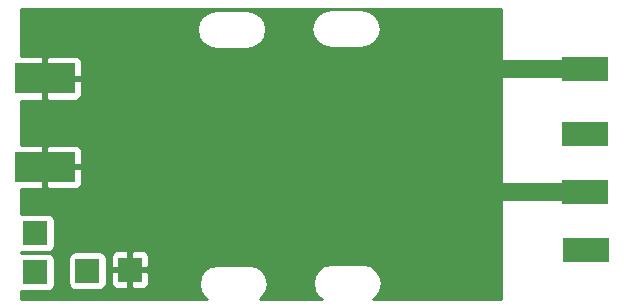
<source format=gbr>
G04 #@! TF.FileFunction,Copper,L2,Bot,Signal*
%FSLAX46Y46*%
G04 Gerber Fmt 4.6, Leading zero omitted, Abs format (unit mm)*
G04 Created by KiCad (PCBNEW 4.0.7) date 04/21/20 19:12:33*
%MOMM*%
%LPD*%
G01*
G04 APERTURE LIST*
%ADD10C,0.100000*%
%ADD11R,4.000000X2.000000*%
%ADD12R,2.000000X2.000000*%
%ADD13R,5.080000X2.500000*%
%ADD14C,0.600000*%
%ADD15C,1.500000*%
%ADD16C,0.254000*%
G04 APERTURE END LIST*
D10*
D11*
X111580000Y-99100000D03*
X111500000Y-94200000D03*
D12*
X69350000Y-100900000D03*
X72950000Y-100800000D03*
X64950000Y-97700000D03*
X64950000Y-101000000D03*
D13*
X65750000Y-84600000D03*
X65750000Y-92100000D03*
D11*
X111500000Y-83800000D03*
X111500000Y-89300000D03*
D14*
X68600000Y-98400000D03*
X73200000Y-92400000D03*
X75000000Y-90800000D03*
X72400000Y-91000000D03*
X74000000Y-90250000D03*
X75250000Y-90000000D03*
X75250000Y-89000000D03*
X73250000Y-84000000D03*
X74250000Y-84000000D03*
X75250000Y-85000000D03*
X84250000Y-95750000D03*
X85000000Y-94500000D03*
X85000000Y-93000000D03*
X97250000Y-96500000D03*
X97250000Y-97750000D03*
X95000000Y-96500000D03*
X99000000Y-94000000D03*
X100000000Y-92250000D03*
X97750000Y-91750000D03*
X96750000Y-87250000D03*
X95750000Y-86250000D03*
X94750000Y-86500000D03*
X99750000Y-82500000D03*
X99500000Y-81500000D03*
X97000000Y-81500000D03*
D15*
X111500000Y-94200000D02*
X104050000Y-94200000D01*
X104050000Y-94200000D02*
X104000000Y-94250000D01*
X111500000Y-83800000D02*
X103800000Y-83800000D01*
X103800000Y-83800000D02*
X103750000Y-83750000D01*
D16*
G36*
X104373000Y-103298000D02*
X93511192Y-103298000D01*
X93806827Y-103100463D01*
X94159516Y-102572626D01*
X94283364Y-101950000D01*
X94159516Y-101327374D01*
X93806827Y-100799537D01*
X93278990Y-100446848D01*
X92656364Y-100323000D01*
X90043636Y-100323000D01*
X89421010Y-100446848D01*
X88893173Y-100799537D01*
X88540484Y-101327374D01*
X88416636Y-101950000D01*
X88540484Y-102572626D01*
X88893173Y-103100463D01*
X89188808Y-103298000D01*
X83936022Y-103298000D01*
X84156827Y-103150463D01*
X84509516Y-102622626D01*
X84633364Y-102000000D01*
X84509516Y-101377374D01*
X84156827Y-100849537D01*
X83628990Y-100496848D01*
X83006364Y-100373000D01*
X80393636Y-100373000D01*
X79771010Y-100496848D01*
X79243173Y-100849537D01*
X78890484Y-101377374D01*
X78766636Y-102000000D01*
X78890484Y-102622626D01*
X79243173Y-103150463D01*
X79463978Y-103298000D01*
X63702000Y-103298000D01*
X63702000Y-102589062D01*
X63950000Y-102639283D01*
X65950000Y-102639283D01*
X66182352Y-102595563D01*
X66395753Y-102458243D01*
X66538917Y-102248717D01*
X66589283Y-102000000D01*
X66589283Y-100000000D01*
X66570467Y-99900000D01*
X67710717Y-99900000D01*
X67710717Y-101900000D01*
X67754437Y-102132352D01*
X67891757Y-102345753D01*
X68101283Y-102488917D01*
X68350000Y-102539283D01*
X70350000Y-102539283D01*
X70582352Y-102495563D01*
X70795753Y-102358243D01*
X70938917Y-102148717D01*
X70989283Y-101900000D01*
X70989283Y-101085750D01*
X71315000Y-101085750D01*
X71315000Y-101926310D01*
X71411673Y-102159699D01*
X71590302Y-102338327D01*
X71823691Y-102435000D01*
X72664250Y-102435000D01*
X72823000Y-102276250D01*
X72823000Y-100927000D01*
X73077000Y-100927000D01*
X73077000Y-102276250D01*
X73235750Y-102435000D01*
X74076309Y-102435000D01*
X74309698Y-102338327D01*
X74488327Y-102159699D01*
X74585000Y-101926310D01*
X74585000Y-101085750D01*
X74426250Y-100927000D01*
X73077000Y-100927000D01*
X72823000Y-100927000D01*
X71473750Y-100927000D01*
X71315000Y-101085750D01*
X70989283Y-101085750D01*
X70989283Y-99900000D01*
X70946700Y-99673690D01*
X71315000Y-99673690D01*
X71315000Y-100514250D01*
X71473750Y-100673000D01*
X72823000Y-100673000D01*
X72823000Y-99323750D01*
X73077000Y-99323750D01*
X73077000Y-100673000D01*
X74426250Y-100673000D01*
X74585000Y-100514250D01*
X74585000Y-99673690D01*
X74488327Y-99440301D01*
X74309698Y-99261673D01*
X74076309Y-99165000D01*
X73235750Y-99165000D01*
X73077000Y-99323750D01*
X72823000Y-99323750D01*
X72664250Y-99165000D01*
X71823691Y-99165000D01*
X71590302Y-99261673D01*
X71411673Y-99440301D01*
X71315000Y-99673690D01*
X70946700Y-99673690D01*
X70945563Y-99667648D01*
X70808243Y-99454247D01*
X70598717Y-99311083D01*
X70350000Y-99260717D01*
X68350000Y-99260717D01*
X68117648Y-99304437D01*
X67904247Y-99441757D01*
X67761083Y-99651283D01*
X67710717Y-99900000D01*
X66570467Y-99900000D01*
X66545563Y-99767648D01*
X66408243Y-99554247D01*
X66198717Y-99411083D01*
X65950000Y-99360717D01*
X63950000Y-99360717D01*
X63717648Y-99404437D01*
X63702000Y-99414506D01*
X63702000Y-99289062D01*
X63950000Y-99339283D01*
X65950000Y-99339283D01*
X66182352Y-99295563D01*
X66395753Y-99158243D01*
X66538917Y-98948717D01*
X66589283Y-98700000D01*
X66589283Y-96700000D01*
X66545563Y-96467648D01*
X66408243Y-96254247D01*
X66198717Y-96111083D01*
X65950000Y-96060717D01*
X63950000Y-96060717D01*
X63717648Y-96104437D01*
X63702000Y-96114506D01*
X63702000Y-93985000D01*
X65464250Y-93985000D01*
X65623000Y-93826250D01*
X65623000Y-92227000D01*
X65877000Y-92227000D01*
X65877000Y-93826250D01*
X66035750Y-93985000D01*
X68416310Y-93985000D01*
X68649699Y-93888327D01*
X68828327Y-93709698D01*
X68925000Y-93476309D01*
X68925000Y-92385750D01*
X68766250Y-92227000D01*
X65877000Y-92227000D01*
X65623000Y-92227000D01*
X65603000Y-92227000D01*
X65603000Y-91973000D01*
X65623000Y-91973000D01*
X65623000Y-90373750D01*
X65877000Y-90373750D01*
X65877000Y-91973000D01*
X68766250Y-91973000D01*
X68925000Y-91814250D01*
X68925000Y-90723691D01*
X68828327Y-90490302D01*
X68649699Y-90311673D01*
X68416310Y-90215000D01*
X66035750Y-90215000D01*
X65877000Y-90373750D01*
X65623000Y-90373750D01*
X65464250Y-90215000D01*
X63702000Y-90215000D01*
X63702000Y-86485000D01*
X65464250Y-86485000D01*
X65623000Y-86326250D01*
X65623000Y-84727000D01*
X65877000Y-84727000D01*
X65877000Y-86326250D01*
X66035750Y-86485000D01*
X68416310Y-86485000D01*
X68649699Y-86388327D01*
X68828327Y-86209698D01*
X68925000Y-85976309D01*
X68925000Y-84885750D01*
X68766250Y-84727000D01*
X65877000Y-84727000D01*
X65623000Y-84727000D01*
X65603000Y-84727000D01*
X65603000Y-84473000D01*
X65623000Y-84473000D01*
X65623000Y-82873750D01*
X65877000Y-82873750D01*
X65877000Y-84473000D01*
X68766250Y-84473000D01*
X68925000Y-84314250D01*
X68925000Y-83223691D01*
X68828327Y-82990302D01*
X68649699Y-82811673D01*
X68416310Y-82715000D01*
X66035750Y-82715000D01*
X65877000Y-82873750D01*
X65623000Y-82873750D01*
X65464250Y-82715000D01*
X63702000Y-82715000D01*
X63702000Y-80450000D01*
X78616636Y-80450000D01*
X78740484Y-81072626D01*
X79093173Y-81600463D01*
X79621010Y-81953152D01*
X80243636Y-82077000D01*
X82856364Y-82077000D01*
X83478990Y-81953152D01*
X84006827Y-81600463D01*
X84359516Y-81072626D01*
X84483364Y-80450000D01*
X84473419Y-80400000D01*
X88316636Y-80400000D01*
X88440484Y-81022626D01*
X88793173Y-81550463D01*
X89321010Y-81903152D01*
X89943636Y-82027000D01*
X92556364Y-82027000D01*
X93178990Y-81903152D01*
X93706827Y-81550463D01*
X94059516Y-81022626D01*
X94183364Y-80400000D01*
X94059516Y-79777374D01*
X93706827Y-79249537D01*
X93178990Y-78896848D01*
X92556364Y-78773000D01*
X89943636Y-78773000D01*
X89321010Y-78896848D01*
X88793173Y-79249537D01*
X88440484Y-79777374D01*
X88316636Y-80400000D01*
X84473419Y-80400000D01*
X84359516Y-79827374D01*
X84006827Y-79299537D01*
X83478990Y-78946848D01*
X82856364Y-78823000D01*
X80243636Y-78823000D01*
X79621010Y-78946848D01*
X79093173Y-79299537D01*
X78740484Y-79827374D01*
X78616636Y-80450000D01*
X63702000Y-80450000D01*
X63702000Y-78702000D01*
X104373000Y-78702000D01*
X104373000Y-103298000D01*
X104373000Y-103298000D01*
G37*
X104373000Y-103298000D02*
X93511192Y-103298000D01*
X93806827Y-103100463D01*
X94159516Y-102572626D01*
X94283364Y-101950000D01*
X94159516Y-101327374D01*
X93806827Y-100799537D01*
X93278990Y-100446848D01*
X92656364Y-100323000D01*
X90043636Y-100323000D01*
X89421010Y-100446848D01*
X88893173Y-100799537D01*
X88540484Y-101327374D01*
X88416636Y-101950000D01*
X88540484Y-102572626D01*
X88893173Y-103100463D01*
X89188808Y-103298000D01*
X83936022Y-103298000D01*
X84156827Y-103150463D01*
X84509516Y-102622626D01*
X84633364Y-102000000D01*
X84509516Y-101377374D01*
X84156827Y-100849537D01*
X83628990Y-100496848D01*
X83006364Y-100373000D01*
X80393636Y-100373000D01*
X79771010Y-100496848D01*
X79243173Y-100849537D01*
X78890484Y-101377374D01*
X78766636Y-102000000D01*
X78890484Y-102622626D01*
X79243173Y-103150463D01*
X79463978Y-103298000D01*
X63702000Y-103298000D01*
X63702000Y-102589062D01*
X63950000Y-102639283D01*
X65950000Y-102639283D01*
X66182352Y-102595563D01*
X66395753Y-102458243D01*
X66538917Y-102248717D01*
X66589283Y-102000000D01*
X66589283Y-100000000D01*
X66570467Y-99900000D01*
X67710717Y-99900000D01*
X67710717Y-101900000D01*
X67754437Y-102132352D01*
X67891757Y-102345753D01*
X68101283Y-102488917D01*
X68350000Y-102539283D01*
X70350000Y-102539283D01*
X70582352Y-102495563D01*
X70795753Y-102358243D01*
X70938917Y-102148717D01*
X70989283Y-101900000D01*
X70989283Y-101085750D01*
X71315000Y-101085750D01*
X71315000Y-101926310D01*
X71411673Y-102159699D01*
X71590302Y-102338327D01*
X71823691Y-102435000D01*
X72664250Y-102435000D01*
X72823000Y-102276250D01*
X72823000Y-100927000D01*
X73077000Y-100927000D01*
X73077000Y-102276250D01*
X73235750Y-102435000D01*
X74076309Y-102435000D01*
X74309698Y-102338327D01*
X74488327Y-102159699D01*
X74585000Y-101926310D01*
X74585000Y-101085750D01*
X74426250Y-100927000D01*
X73077000Y-100927000D01*
X72823000Y-100927000D01*
X71473750Y-100927000D01*
X71315000Y-101085750D01*
X70989283Y-101085750D01*
X70989283Y-99900000D01*
X70946700Y-99673690D01*
X71315000Y-99673690D01*
X71315000Y-100514250D01*
X71473750Y-100673000D01*
X72823000Y-100673000D01*
X72823000Y-99323750D01*
X73077000Y-99323750D01*
X73077000Y-100673000D01*
X74426250Y-100673000D01*
X74585000Y-100514250D01*
X74585000Y-99673690D01*
X74488327Y-99440301D01*
X74309698Y-99261673D01*
X74076309Y-99165000D01*
X73235750Y-99165000D01*
X73077000Y-99323750D01*
X72823000Y-99323750D01*
X72664250Y-99165000D01*
X71823691Y-99165000D01*
X71590302Y-99261673D01*
X71411673Y-99440301D01*
X71315000Y-99673690D01*
X70946700Y-99673690D01*
X70945563Y-99667648D01*
X70808243Y-99454247D01*
X70598717Y-99311083D01*
X70350000Y-99260717D01*
X68350000Y-99260717D01*
X68117648Y-99304437D01*
X67904247Y-99441757D01*
X67761083Y-99651283D01*
X67710717Y-99900000D01*
X66570467Y-99900000D01*
X66545563Y-99767648D01*
X66408243Y-99554247D01*
X66198717Y-99411083D01*
X65950000Y-99360717D01*
X63950000Y-99360717D01*
X63717648Y-99404437D01*
X63702000Y-99414506D01*
X63702000Y-99289062D01*
X63950000Y-99339283D01*
X65950000Y-99339283D01*
X66182352Y-99295563D01*
X66395753Y-99158243D01*
X66538917Y-98948717D01*
X66589283Y-98700000D01*
X66589283Y-96700000D01*
X66545563Y-96467648D01*
X66408243Y-96254247D01*
X66198717Y-96111083D01*
X65950000Y-96060717D01*
X63950000Y-96060717D01*
X63717648Y-96104437D01*
X63702000Y-96114506D01*
X63702000Y-93985000D01*
X65464250Y-93985000D01*
X65623000Y-93826250D01*
X65623000Y-92227000D01*
X65877000Y-92227000D01*
X65877000Y-93826250D01*
X66035750Y-93985000D01*
X68416310Y-93985000D01*
X68649699Y-93888327D01*
X68828327Y-93709698D01*
X68925000Y-93476309D01*
X68925000Y-92385750D01*
X68766250Y-92227000D01*
X65877000Y-92227000D01*
X65623000Y-92227000D01*
X65603000Y-92227000D01*
X65603000Y-91973000D01*
X65623000Y-91973000D01*
X65623000Y-90373750D01*
X65877000Y-90373750D01*
X65877000Y-91973000D01*
X68766250Y-91973000D01*
X68925000Y-91814250D01*
X68925000Y-90723691D01*
X68828327Y-90490302D01*
X68649699Y-90311673D01*
X68416310Y-90215000D01*
X66035750Y-90215000D01*
X65877000Y-90373750D01*
X65623000Y-90373750D01*
X65464250Y-90215000D01*
X63702000Y-90215000D01*
X63702000Y-86485000D01*
X65464250Y-86485000D01*
X65623000Y-86326250D01*
X65623000Y-84727000D01*
X65877000Y-84727000D01*
X65877000Y-86326250D01*
X66035750Y-86485000D01*
X68416310Y-86485000D01*
X68649699Y-86388327D01*
X68828327Y-86209698D01*
X68925000Y-85976309D01*
X68925000Y-84885750D01*
X68766250Y-84727000D01*
X65877000Y-84727000D01*
X65623000Y-84727000D01*
X65603000Y-84727000D01*
X65603000Y-84473000D01*
X65623000Y-84473000D01*
X65623000Y-82873750D01*
X65877000Y-82873750D01*
X65877000Y-84473000D01*
X68766250Y-84473000D01*
X68925000Y-84314250D01*
X68925000Y-83223691D01*
X68828327Y-82990302D01*
X68649699Y-82811673D01*
X68416310Y-82715000D01*
X66035750Y-82715000D01*
X65877000Y-82873750D01*
X65623000Y-82873750D01*
X65464250Y-82715000D01*
X63702000Y-82715000D01*
X63702000Y-80450000D01*
X78616636Y-80450000D01*
X78740484Y-81072626D01*
X79093173Y-81600463D01*
X79621010Y-81953152D01*
X80243636Y-82077000D01*
X82856364Y-82077000D01*
X83478990Y-81953152D01*
X84006827Y-81600463D01*
X84359516Y-81072626D01*
X84483364Y-80450000D01*
X84473419Y-80400000D01*
X88316636Y-80400000D01*
X88440484Y-81022626D01*
X88793173Y-81550463D01*
X89321010Y-81903152D01*
X89943636Y-82027000D01*
X92556364Y-82027000D01*
X93178990Y-81903152D01*
X93706827Y-81550463D01*
X94059516Y-81022626D01*
X94183364Y-80400000D01*
X94059516Y-79777374D01*
X93706827Y-79249537D01*
X93178990Y-78896848D01*
X92556364Y-78773000D01*
X89943636Y-78773000D01*
X89321010Y-78896848D01*
X88793173Y-79249537D01*
X88440484Y-79777374D01*
X88316636Y-80400000D01*
X84473419Y-80400000D01*
X84359516Y-79827374D01*
X84006827Y-79299537D01*
X83478990Y-78946848D01*
X82856364Y-78823000D01*
X80243636Y-78823000D01*
X79621010Y-78946848D01*
X79093173Y-79299537D01*
X78740484Y-79827374D01*
X78616636Y-80450000D01*
X63702000Y-80450000D01*
X63702000Y-78702000D01*
X104373000Y-78702000D01*
X104373000Y-103298000D01*
M02*

</source>
